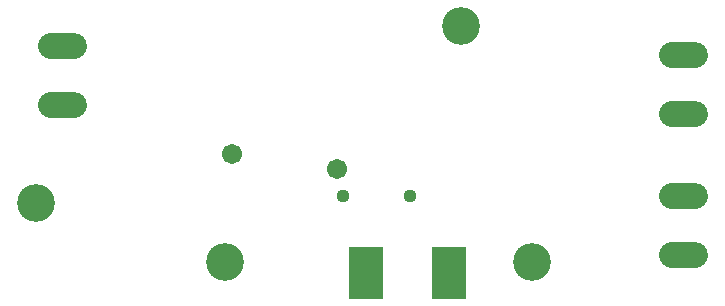
<source format=gbr>
G04 EAGLE Gerber RS-274X export*
G75*
%MOMM*%
%FSLAX34Y34*%
%LPD*%
%INSoldermask Bottom*%
%IPPOS*%
%AMOC8*
5,1,8,0,0,1.08239X$1,22.5*%
G01*
%ADD10C,3.203200*%
%ADD11C,2.184400*%
%ADD12R,2.870200X4.394200*%
%ADD13C,1.703200*%
%ADD14C,1.109600*%


D10*
X200000Y40000D03*
X40000Y90000D03*
X400000Y240000D03*
X460000Y40000D03*
D11*
X72136Y223266D02*
X52324Y223266D01*
X52324Y173228D02*
X72136Y173228D01*
D12*
X389276Y31314D03*
X319384Y31314D03*
D11*
X578104Y96266D02*
X597916Y96266D01*
X597916Y46228D02*
X578104Y46228D01*
X578104Y165354D02*
X597916Y165354D01*
X597916Y215392D02*
X578104Y215392D01*
D13*
X205740Y132080D03*
X294640Y119380D03*
D14*
X356870Y96520D03*
X299720Y96520D03*
M02*

</source>
